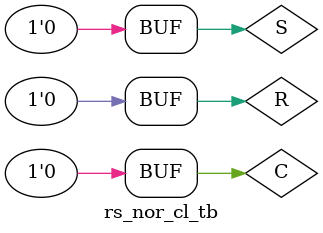
<source format=sv>
module rs_nor_cl_tb; // currently set for behavioral model of gated latch
  
  reg 	S;
  reg   C;
  reg 	R;
  wire	Q;
  wire	Qbar;
  
  rs_nor_cl uut (
                  .S(S),
                  .R(R),
                  .Q(Q),
                  .C(C),
                  .Qbar(Qbar));
  
  initial
    begin
       
    S = 1;
    R = 1;
      
      $monitor ("T=%0t-->    C=%0d\t S=%0d R=%0d\t Q=%0d, Qbar=%0d", $time, C, S, R, Q, Qbar);
     
    #100 S = 0;
    #100 C = 1;
      
    #100 S = 1;
    #100 R = 0;
    #100 R = 1;
    #100 C = 1;
      
    #100 S = 0;
    #100 R = 0;
    #100 C = 0;
    #100 S = 1;
         R = 1;
    #100 S = 1;
         R = 0;
      
    #100 C = 0;
    #100 S = 0;
         R = 0;
    #100 ;

    end
  
  initial begin 
    $dumpfile("dump.vcd"); $dumpvars;
  end
  
endmodule

</source>
